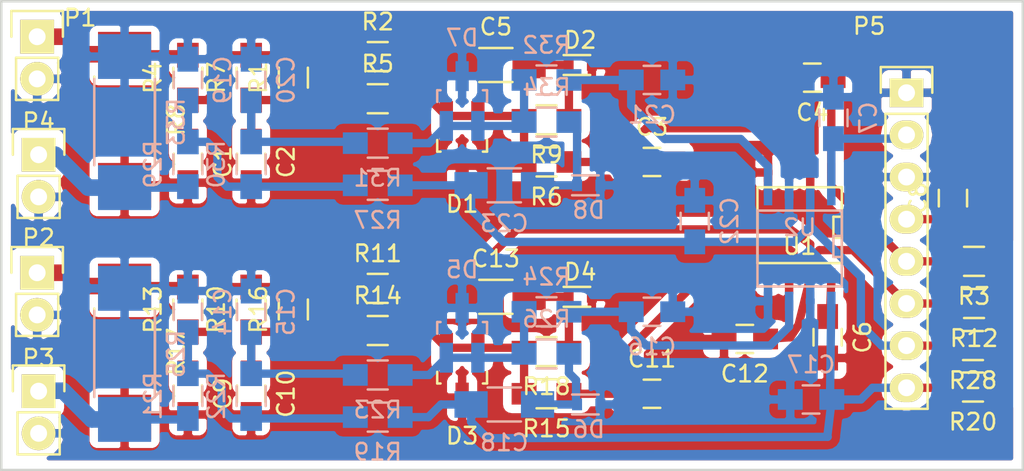
<source format=kicad_pcb>
(kicad_pcb (version 4) (host pcbnew 4.0.7)
  (layers (0 F.Cu signal) (31 B.Cu signal) (34 B.Paste user) (35 F.Paste user) (36 B.SilkS user) (37 F.SilkS user) (38 B.Mask user) (39 F.Mask user) (44 Edge.Cuts user))
  (net 0 "")
  (net 1 "Net-(C1-Pad1)")
  (net 2 GND)
  (net 3 "Net-(C2-Pad1)")
  (net 4 "Net-(C3-Pad1)")
  (net 5 /TDC)
  (net 6 "Net-(C5-Pad2)")
  (net 7 +12V)
  (net 8 +5V)
  (net 9 "Net-(C9-Pad1)")
  (net 10 "Net-(C10-Pad1)")
  (net 11 "Net-(C11-Pad1)")
  (net 12 /CYP)
  (net 13 "Net-(C13-Pad2)")
  (net 14 "Net-(C14-Pad1)")
  (net 15 "Net-(C15-Pad1)")
  (net 16 "Net-(C16-Pad1)")
  (net 17 /CKP)
  (net 18 "Net-(C18-Pad2)")
  (net 19 "Net-(C19-Pad1)")
  (net 20 "Net-(C20-Pad1)")
  (net 21 "Net-(C21-Pad1)")
  (net 22 /CKF)
  (net 23 "Net-(C23-Pad2)")
  (net 24 "Net-(D1-Pad1)")
  (net 25 "Net-(D3-Pad1)")
  (net 26 "Net-(D5-Pad1)")
  (net 27 "Net-(D7-Pad1)")
  (net 28 /VR_TDC+)
  (net 29 /VR_CYP+)
  (net 30 /VR_CKP+)
  (net 31 /VR_CKF+)
  (module Capacitors_SMD:C_0805_HandSoldering (layer B.Cu) (at 74.097 29.529 90)
    (fp_text reference C7 (at 0 2.1 90) (layer B.SilkS) (effects (justify mirror)))
    (fp_text value 10nF)
    (pad 1 smd rect (at -1.25 0 90) (size 1.5 1.25) (layers B.Cu B.Paste B.Mask) (net 7 +12V))
    (pad 2 smd rect (at 1.25 0 90) (size 1.5 1.25) (layers B.Cu B.Paste B.Mask) (net 2 GND))
  )
  (module Capacitors_SMD:C_0805_HandSoldering (layer B.Cu) (at 65.75 35.75 90)
    (fp_text reference C22 (at 0 2.1 90) (layer B.SilkS) (effects (justify mirror)))
    (fp_text value 1nF)
    (pad 1 smd rect (at -1.25 0 90) (size 1.5 1.25) (layers B.Cu B.Paste B.Mask) (net 22 /CKF))
    (pad 2 smd rect (at 1.25 0 90) (size 1.5 1.25) (layers B.Cu B.Paste B.Mask) (net 2 GND))
  )
  (module Capacitors_SMD:C_0805_HandSoldering (layer B.Cu) (at 72.75 46.5 180)
    (fp_text reference C17 (at 0 2.1 180) (layer B.SilkS) (effects (justify mirror)))
    (fp_text value 1nF)
    (pad 1 smd rect (at -1.25 0 180) (size 1.5 1.25) (layers B.Cu B.Paste B.Mask) (net 17 /CKP))
    (pad 2 smd rect (at 1.25 0 180) (size 1.5 1.25) (layers B.Cu B.Paste B.Mask) (net 2 GND))
  )
  (module Pin_Headers:Pin_Header_Straight_1x08 (layer F.Cu) (at 78.499 28.015)
    (fp_text reference P5 (at -2.249 -4.015) (layer F.SilkS))
    (fp_text value IO)
    (pad 1 thru_hole rect (at 0 0) (size 2.032 1.7272) (drill 1.016) (layers *.Cu *.Mask F.SilkS) (net 2 GND))
    (pad 2 thru_hole oval (at 0 2.54) (size 2.032 1.7272) (drill 1.016) (layers *.Cu *.Mask F.SilkS) (net 7 +12V))
    (pad 3 thru_hole oval (at 0 5.08) (size 2.032 1.7272) (drill 1.016) (layers *.Cu *.Mask F.SilkS) (net 2 GND))
    (pad 4 thru_hole oval (at 0 7.62) (size 2.032 1.7272) (drill 1.016) (layers *.Cu *.Mask F.SilkS) (net 8 +5V))
    (pad 5 thru_hole oval (at 0 10.16) (size 2.032 1.7272) (drill 1.016) (layers *.Cu *.Mask F.SilkS) (net 5 /TDC))
    (pad 6 thru_hole oval (at 0 12.7) (size 2.032 1.7272) (drill 1.016) (layers *.Cu *.Mask F.SilkS) (net 12 /CYP))
    (pad 7 thru_hole oval (at 0 15.24) (size 2.032 1.7272) (drill 1.016) (layers *.Cu *.Mask F.SilkS) (net 22 /CKF))
    (pad 8 thru_hole oval (at 0 17.78) (size 2.032 1.7272) (drill 1.016) (layers *.Cu *.Mask F.SilkS) (net 17 /CKP))
  )
  (module Capacitors_SMD:C_0805_HandSoldering (layer F.Cu) (at 35.235 32.185 270)
    (fp_text reference C1 (at 0 -2.1 270) (layer F.SilkS))
    (fp_text value 10nF)
    (pad 1 smd rect (at -1.25 0 270) (size 1.5 1.25) (layers F.Cu F.Paste F.Mask) (net 1 "Net-(C1-Pad1)"))
    (pad 2 smd rect (at 1.25 0 270) (size 1.5 1.25) (layers F.Cu F.Paste F.Mask) (net 2 GND))
  )
  (module Capacitors_SMD:C_0805_HandSoldering (layer F.Cu) (at 39.045 32.185 270)
    (fp_text reference C2 (at 0 -2.1 270) (layer F.SilkS))
    (fp_text value 4.7nF)
    (pad 1 smd rect (at -1.25 0 270) (size 1.5 1.25) (layers F.Cu F.Paste F.Mask) (net 3 "Net-(C2-Pad1)"))
    (pad 2 smd rect (at 1.25 0 270) (size 1.5 1.25) (layers F.Cu F.Paste F.Mask) (net 2 GND))
  )
  (module Capacitors_SMD:C_0805_HandSoldering (layer F.Cu) (at 63.175 32.185)
    (fp_text reference C3 (at 0 -2.1) (layer F.SilkS))
    (fp_text value 470pF)
    (pad 1 smd rect (at -1.25 0) (size 1.5 1.25) (layers F.Cu F.Paste F.Mask) (net 4 "Net-(C3-Pad1)"))
    (pad 2 smd rect (at 1.25 0) (size 1.5 1.25) (layers F.Cu F.Paste F.Mask) (net 2 GND))
  )
  (module Capacitors_SMD:C_0805_HandSoldering (layer F.Cu) (at 72.827 27.105 180)
    (fp_text reference C4 (at 0 -2.1 180) (layer F.SilkS))
    (fp_text value 1nF)
    (pad 1 smd rect (at -1.25 0 180) (size 1.5 1.25) (layers F.Cu F.Paste F.Mask) (net 5 /TDC))
    (pad 2 smd rect (at 1.25 0 180) (size 1.5 1.25) (layers F.Cu F.Paste F.Mask) (net 2 GND))
  )
  (module Capacitors_SMD:C_1206_HandSoldering (layer F.Cu) (at 53.777 26.343)
    (fp_text reference C5 (at 0 -2.3) (layer F.SilkS))
    (fp_text value 100nF)
    (pad 1 smd rect (at -2 0) (size 2 1.6) (layers F.Cu F.Paste F.Mask) (net 5 /TDC))
    (pad 2 smd rect (at 2 0) (size 2 1.6) (layers F.Cu F.Paste F.Mask) (net 6 "Net-(C5-Pad2)"))
  )
  (module Capacitors_SMD:C_0805_HandSoldering (layer F.Cu) (at 73.75 42.75 270)
    (fp_text reference C6 (at 0 -2.1 270) (layer F.SilkS))
    (fp_text value 10nF)
    (pad 1 smd rect (at -1.25 0 270) (size 1.5 1.25) (layers F.Cu F.Paste F.Mask) (net 7 +12V))
    (pad 2 smd rect (at 1.25 0 270) (size 1.5 1.25) (layers F.Cu F.Paste F.Mask) (net 2 GND))
  )
  (module Capacitors_SMD:C_0805_HandSoldering (layer F.Cu) (at 81.293 34.365 90)
    (fp_text reference C8 (at 0 -2.1 90) (layer F.SilkS))
    (fp_text value 10nF)
    (pad 1 smd rect (at -1.25 0 90) (size 1.5 1.25) (layers F.Cu F.Paste F.Mask) (net 8 +5V))
    (pad 2 smd rect (at 1.25 0 90) (size 1.5 1.25) (layers F.Cu F.Paste F.Mask) (net 2 GND))
  )
  (module Capacitors_SMD:C_0805_HandSoldering (layer F.Cu) (at 35.235 46.155 270)
    (fp_text reference C9 (at 0 -2.1 270) (layer F.SilkS))
    (fp_text value 10nF)
    (pad 1 smd rect (at -1.25 0 270) (size 1.5 1.25) (layers F.Cu F.Paste F.Mask) (net 9 "Net-(C9-Pad1)"))
    (pad 2 smd rect (at 1.25 0 270) (size 1.5 1.25) (layers F.Cu F.Paste F.Mask) (net 2 GND))
  )
  (module Capacitors_SMD:C_0805_HandSoldering (layer F.Cu) (at 39.045 46.155 270)
    (fp_text reference C10 (at 0 -2.1 270) (layer F.SilkS))
    (fp_text value 2.2nF)
    (pad 1 smd rect (at -1.25 0 270) (size 1.5 1.25) (layers F.Cu F.Paste F.Mask) (net 10 "Net-(C10-Pad1)"))
    (pad 2 smd rect (at 1.25 0 270) (size 1.5 1.25) (layers F.Cu F.Paste F.Mask) (net 2 GND))
  )
  (module Capacitors_SMD:C_0805_HandSoldering (layer F.Cu) (at 63.175 46.155)
    (fp_text reference C11 (at 0 -2.1) (layer F.SilkS))
    (fp_text value 470pF)
    (pad 1 smd rect (at -1.25 0) (size 1.5 1.25) (layers F.Cu F.Paste F.Mask) (net 11 "Net-(C11-Pad1)"))
    (pad 2 smd rect (at 1.25 0) (size 1.5 1.25) (layers F.Cu F.Paste F.Mask) (net 2 GND))
  )
  (module Capacitors_SMD:C_0805_HandSoldering (layer F.Cu) (at 68.763 42.853 180)
    (fp_text reference C12 (at 0 -2.1 180) (layer F.SilkS))
    (fp_text value 1nF)
    (pad 1 smd rect (at -1.25 0 180) (size 1.5 1.25) (layers F.Cu F.Paste F.Mask) (net 12 /CYP))
    (pad 2 smd rect (at 1.25 0 180) (size 1.5 1.25) (layers F.Cu F.Paste F.Mask) (net 2 GND))
  )
  (module Capacitors_SMD:C_1206_HandSoldering (layer F.Cu) (at 53.777 40.313)
    (fp_text reference C13 (at 0 -2.3) (layer F.SilkS))
    (fp_text value 33nF)
    (pad 1 smd rect (at -2 0) (size 2 1.6) (layers F.Cu F.Paste F.Mask) (net 12 /CYP))
    (pad 2 smd rect (at 2 0) (size 2 1.6) (layers F.Cu F.Paste F.Mask) (net 13 "Net-(C13-Pad2)"))
  )
  (module Capacitors_SMD:C_0805_HandSoldering (layer B.Cu) (at 35.235 41.213 90)
    (fp_text reference C14 (at 0 2.1 90) (layer B.SilkS) (effects (justify mirror)))
    (fp_text value 15nF)
    (pad 1 smd rect (at -1.25 0 90) (size 1.5 1.25) (layers B.Cu B.Paste B.Mask) (net 14 "Net-(C14-Pad1)"))
    (pad 2 smd rect (at 1.25 0 90) (size 1.5 1.25) (layers B.Cu B.Paste B.Mask) (net 2 GND))
  )
  (module Capacitors_SMD:C_0805_HandSoldering (layer B.Cu) (at 39.045 41.213 90)
    (fp_text reference C15 (at 0 2.1 90) (layer B.SilkS) (effects (justify mirror)))
    (fp_text value 4.7nF)
    (pad 1 smd rect (at -1.25 0 90) (size 1.5 1.25) (layers B.Cu B.Paste B.Mask) (net 15 "Net-(C15-Pad1)"))
    (pad 2 smd rect (at 1.25 0 90) (size 1.5 1.25) (layers B.Cu B.Paste B.Mask) (net 2 GND))
  )
  (module Capacitors_SMD:C_0805_HandSoldering (layer B.Cu) (at 63.175 41.213)
    (fp_text reference C16 (at 0 2.1) (layer B.SilkS) (effects (justify mirror)))
    (fp_text value 470pF)
    (pad 1 smd rect (at -1.25 0) (size 1.5 1.25) (layers B.Cu B.Paste B.Mask) (net 16 "Net-(C16-Pad1)"))
    (pad 2 smd rect (at 1.25 0) (size 1.5 1.25) (layers B.Cu B.Paste B.Mask) (net 2 GND))
  )
  (module Capacitors_SMD:C_1206_HandSoldering (layer B.Cu) (at 54.285 46.801)
    (fp_text reference C18 (at 0 2.3) (layer B.SilkS) (effects (justify mirror)))
    (fp_text value 22nF)
    (pad 1 smd rect (at -2 0) (size 2 1.6) (layers B.Cu B.Paste B.Mask) (net 17 /CKP))
    (pad 2 smd rect (at 2 0) (size 2 1.6) (layers B.Cu B.Paste B.Mask) (net 18 "Net-(C18-Pad2)"))
  )
  (module Capacitors_SMD:C_0805_HandSoldering (layer B.Cu) (at 35.235 27.243 90)
    (fp_text reference C19 (at 0 2.1 90) (layer B.SilkS) (effects (justify mirror)))
    (fp_text value 15nF)
    (pad 1 smd rect (at -1.25 0 90) (size 1.5 1.25) (layers B.Cu B.Paste B.Mask) (net 19 "Net-(C19-Pad1)"))
    (pad 2 smd rect (at 1.25 0 90) (size 1.5 1.25) (layers B.Cu B.Paste B.Mask) (net 2 GND))
  )
  (module Capacitors_SMD:C_0805_HandSoldering (layer B.Cu) (at 39.045 27.243 90)
    (fp_text reference C20 (at 0 2.1 90) (layer B.SilkS) (effects (justify mirror)))
    (fp_text value 4.7nF)
    (pad 1 smd rect (at -1.25 0 90) (size 1.5 1.25) (layers B.Cu B.Paste B.Mask) (net 20 "Net-(C20-Pad1)"))
    (pad 2 smd rect (at 1.25 0 90) (size 1.5 1.25) (layers B.Cu B.Paste B.Mask) (net 2 GND))
  )
  (module Capacitors_SMD:C_0805_HandSoldering (layer B.Cu) (at 63.175 27.243)
    (fp_text reference C21 (at 0 2.1) (layer B.SilkS) (effects (justify mirror)))
    (fp_text value 470pF)
    (pad 1 smd rect (at -1.25 0) (size 1.5 1.25) (layers B.Cu B.Paste B.Mask) (net 21 "Net-(C21-Pad1)"))
    (pad 2 smd rect (at 1.25 0) (size 1.5 1.25) (layers B.Cu B.Paste B.Mask) (net 2 GND))
  )
  (module Capacitors_SMD:C_1206_HandSoldering (layer B.Cu) (at 54.285 33.593)
    (fp_text reference C23 (at 0 2.3) (layer B.SilkS) (effects (justify mirror)))
    (fp_text value 22nF)
    (pad 1 smd rect (at -2 0) (size 2 1.6) (layers B.Cu B.Paste B.Mask) (net 22 /CKF))
    (pad 2 smd rect (at 2 0) (size 2 1.6) (layers B.Cu B.Paste B.Mask) (net 23 "Net-(C23-Pad2)"))
  )
  (module TO_SOT_Packages_SMD:SOT-23_Handsoldering (layer F.Cu) (at 51.745 30.915 180)
    (fp_text reference D1 (at 0 -3.81 180) (layer F.SilkS))
    (fp_text value BAV99)
    (pad 1 smd rect (at -0.95 1.50114 180) (size 0.8001 1.80086) (layers F.Cu F.Paste F.Mask) (net 24 "Net-(D1-Pad1)"))
    (pad 2 smd rect (at 0.95 1.50114 180) (size 0.8001 1.80086) (layers F.Cu F.Paste F.Mask) (net 24 "Net-(D1-Pad1)"))
    (pad 3 smd rect (at 0 -1.50114 180) (size 0.8001 1.80086) (layers F.Cu F.Paste F.Mask) (net 2 GND))
  )
  (module Diodes_SMD:SOD-523 (layer F.Cu) (at 58.857 26.343)
    (fp_text reference D2 (at 0 -1.5) (layer F.SilkS))
    (fp_text value D_Small)
    (pad 2 smd rect (at 0.7 0 180) (size 0.6 0.7) (layers F.Cu F.Paste F.Mask) (net 2 GND))
    (pad 1 smd rect (at -0.7 0 180) (size 0.6 0.7) (layers F.Cu F.Paste F.Mask) (net 6 "Net-(C5-Pad2)"))
  )
  (module TO_SOT_Packages_SMD:SOT-23_Handsoldering (layer F.Cu) (at 51.745 44.885 180)
    (fp_text reference D3 (at 0 -3.81 180) (layer F.SilkS))
    (fp_text value BAV99)
    (pad 1 smd rect (at -0.95 1.50114 180) (size 0.8001 1.80086) (layers F.Cu F.Paste F.Mask) (net 25 "Net-(D3-Pad1)"))
    (pad 2 smd rect (at 0.95 1.50114 180) (size 0.8001 1.80086) (layers F.Cu F.Paste F.Mask) (net 25 "Net-(D3-Pad1)"))
    (pad 3 smd rect (at 0 -1.50114 180) (size 0.8001 1.80086) (layers F.Cu F.Paste F.Mask) (net 2 GND))
  )
  (module Diodes_SMD:SOD-523 (layer F.Cu) (at 58.857 40.313)
    (fp_text reference D4 (at 0 -1.5) (layer F.SilkS))
    (fp_text value D_Small)
    (pad 2 smd rect (at 0.7 0 180) (size 0.6 0.7) (layers F.Cu F.Paste F.Mask) (net 2 GND))
    (pad 1 smd rect (at -0.7 0 180) (size 0.6 0.7) (layers F.Cu F.Paste F.Mask) (net 13 "Net-(C13-Pad2)"))
  )
  (module TO_SOT_Packages_SMD:SOT-23_Handsoldering (layer B.Cu) (at 51.745 42.483 180)
    (fp_text reference D5 (at 0 3.81 180) (layer B.SilkS) (effects (justify mirror)))
    (fp_text value BAV99)
    (pad 1 smd rect (at -0.95 -1.50114 180) (size 0.8001 1.80086) (layers B.Cu B.Paste B.Mask) (net 26 "Net-(D5-Pad1)"))
    (pad 2 smd rect (at 0.95 -1.50114 180) (size 0.8001 1.80086) (layers B.Cu B.Paste B.Mask) (net 26 "Net-(D5-Pad1)"))
    (pad 3 smd rect (at 0 1.50114 180) (size 0.8001 1.80086) (layers B.Cu B.Paste B.Mask) (net 2 GND))
  )
  (module Diodes_SMD:SOD-523 (layer B.Cu) (at 59.365 46.801)
    (fp_text reference D6 (at 0 1.5) (layer B.SilkS) (effects (justify mirror)))
    (fp_text value D_Small)
    (pad 2 smd rect (at 0.7 0 180) (size 0.6 0.7) (layers B.Cu B.Paste B.Mask) (net 2 GND))
    (pad 1 smd rect (at -0.7 0 180) (size 0.6 0.7) (layers B.Cu B.Paste B.Mask) (net 18 "Net-(C18-Pad2)"))
  )
  (module TO_SOT_Packages_SMD:SOT-23_Handsoldering (layer B.Cu) (at 51.745 28.513 180)
    (fp_text reference D7 (at 0 3.81 180) (layer B.SilkS) (effects (justify mirror)))
    (fp_text value BAV99)
    (pad 1 smd rect (at -0.95 -1.50114 180) (size 0.8001 1.80086) (layers B.Cu B.Paste B.Mask) (net 27 "Net-(D7-Pad1)"))
    (pad 2 smd rect (at 0.95 -1.50114 180) (size 0.8001 1.80086) (layers B.Cu B.Paste B.Mask) (net 27 "Net-(D7-Pad1)"))
    (pad 3 smd rect (at 0 1.50114 180) (size 0.8001 1.80086) (layers B.Cu B.Paste B.Mask) (net 2 GND))
  )
  (module Diodes_SMD:SOD-523 (layer B.Cu) (at 59.365 33.593)
    (fp_text reference D8 (at 0 1.5) (layer B.SilkS) (effects (justify mirror)))
    (fp_text value D_Small)
    (pad 2 smd rect (at 0.7 0 180) (size 0.6 0.7) (layers B.Cu B.Paste B.Mask) (net 2 GND))
    (pad 1 smd rect (at -0.7 0 180) (size 0.6 0.7) (layers B.Cu B.Paste B.Mask) (net 23 "Net-(C23-Pad2)"))
  )
  (module Pin_Headers:Pin_Header_Straight_1x02 (layer F.Cu) (at 26.162 24.638)
    (fp_text reference P1 (at 2.588 -1.138) (layer F.SilkS))
    (fp_text value TDC)
    (pad 1 thru_hole rect (at 0 0) (size 2.032 2.032) (drill 1.016) (layers *.Cu *.Mask F.SilkS) (net 28 /VR_TDC+))
    (pad 2 thru_hole oval (at 0 2.54) (size 2.032 2.032) (drill 1.016) (layers *.Cu *.Mask F.SilkS) (net 2 GND))
  )
  (module Pin_Headers:Pin_Header_Straight_1x02 (layer F.Cu) (at 26.162 38.862)
    (fp_text reference P2 (at 0.088 -2.112) (layer F.SilkS))
    (fp_text value CYP)
    (pad 1 thru_hole rect (at 0 0) (size 2.032 2.032) (drill 1.016) (layers *.Cu *.Mask F.SilkS) (net 29 /VR_CYP+))
    (pad 2 thru_hole oval (at 0 2.54) (size 2.032 2.032) (drill 1.016) (layers *.Cu *.Mask F.SilkS) (net 2 GND))
  )
  (module Pin_Headers:Pin_Header_Straight_1x02 (layer F.Cu) (at 26.25 46)
    (fp_text reference P3 (at 0 -2) (layer F.SilkS))
    (fp_text value CKP)
    (pad 1 thru_hole rect (at 0 0) (size 2.032 2.032) (drill 1.016) (layers *.Cu *.Mask F.SilkS) (net 30 /VR_CKP+))
    (pad 2 thru_hole oval (at 0 2.54) (size 2.032 2.032) (drill 1.016) (layers *.Cu *.Mask F.SilkS) (net 2 GND))
  )
  (module Pin_Headers:Pin_Header_Straight_1x02 (layer F.Cu) (at 26.25 31.75)
    (fp_text reference P4 (at 0 -2) (layer F.SilkS))
    (fp_text value CKF)
    (pad 1 thru_hole rect (at 0 0) (size 2.032 2.032) (drill 1.016) (layers *.Cu *.Mask F.SilkS) (net 31 /VR_CKF+))
    (pad 2 thru_hole oval (at 0 2.54) (size 2.032 2.032) (drill 1.016) (layers *.Cu *.Mask F.SilkS) (net 2 GND))
  )
  (module Resistors_SMD:R_0805_HandSoldering (layer F.Cu) (at 41.585 27.105 90)
    (fp_text reference R1 (at 0 -2.1 90) (layer F.SilkS))
    (fp_text value 10K)
    (pad 1 smd rect (at -1.35 0 90) (size 1.5 1.3) (layers F.Cu F.Paste F.Mask) (net 3 "Net-(C2-Pad1)"))
    (pad 2 smd rect (at 1.35 0 90) (size 1.5 1.3) (layers F.Cu F.Paste F.Mask) (net 1 "Net-(C1-Pad1)"))
  )
  (module Resistors_SMD:R_0805_HandSoldering (layer F.Cu) (at 46.665 25.835)
    (fp_text reference R2 (at 0 -2.1) (layer F.SilkS))
    (fp_text value 47K)
    (pad 1 smd rect (at -1.35 0) (size 1.5 1.3) (layers F.Cu F.Paste F.Mask) (net 1 "Net-(C1-Pad1)"))
    (pad 2 smd rect (at 1.35 0) (size 1.5 1.3) (layers F.Cu F.Paste F.Mask) (net 5 /TDC))
  )
  (module Resistors_SMD:R_0805_HandSoldering (layer F.Cu) (at 82.563 38.175 180)
    (fp_text reference R3 (at 0 -2.1 180) (layer F.SilkS))
    (fp_text value 1K)
    (pad 1 smd rect (at -1.35 0 180) (size 1.5 1.3) (layers F.Cu F.Paste F.Mask) (net 8 +5V))
    (pad 2 smd rect (at 1.35 0 180) (size 1.5 1.3) (layers F.Cu F.Paste F.Mask) (net 5 /TDC))
  )
  (module Resistors_SMD:R_0805_HandSoldering (layer F.Cu) (at 35.235 27.105 90)
    (fp_text reference R4 (at 0 -2.1 90) (layer F.SilkS))
    (fp_text value 2.4K)
    (pad 1 smd rect (at -1.35 0 90) (size 1.5 1.3) (layers F.Cu F.Paste F.Mask) (net 1 "Net-(C1-Pad1)"))
    (pad 2 smd rect (at 1.35 0 90) (size 1.5 1.3) (layers F.Cu F.Paste F.Mask) (net 28 /VR_TDC+))
  )
  (module Resistors_SMD:R_0805_HandSoldering (layer F.Cu) (at 46.665 28.375)
    (fp_text reference R5 (at 0 -2.1) (layer F.SilkS))
    (fp_text value 120K)
    (pad 1 smd rect (at -1.35 0) (size 1.5 1.3) (layers F.Cu F.Paste F.Mask) (net 3 "Net-(C2-Pad1)"))
    (pad 2 smd rect (at 1.35 0) (size 1.5 1.3) (layers F.Cu F.Paste F.Mask) (net 24 "Net-(D1-Pad1)"))
  )
  (module Resistors_SMD:R_0805_HandSoldering (layer F.Cu) (at 56.825 32.185 180)
    (fp_text reference R6 (at 0 -2.1 180) (layer F.SilkS))
    (fp_text value 220)
    (pad 1 smd rect (at -1.35 0 180) (size 1.5 1.3) (layers F.Cu F.Paste F.Mask) (net 4 "Net-(C3-Pad1)"))
    (pad 2 smd rect (at 1.35 0 180) (size 1.5 1.3) (layers F.Cu F.Paste F.Mask) (net 24 "Net-(D1-Pad1)"))
  )
  (module Resistors_SMD:R_0805_HandSoldering (layer F.Cu) (at 39.045 27.105 90)
    (fp_text reference R7 (at 0 -2.1 90) (layer F.SilkS))
    (fp_text value 10K)
    (pad 1 smd rect (at -1.35 0 90) (size 1.5 1.3) (layers F.Cu F.Paste F.Mask) (net 3 "Net-(C2-Pad1)"))
    (pad 2 smd rect (at 1.35 0 90) (size 1.5 1.3) (layers F.Cu F.Paste F.Mask) (net 1 "Net-(C1-Pad1)"))
  )
  (module Resistors_SMD:R_2512_HandSoldering (layer F.Cu) (at 31.425 29.645 270)
    (fp_text reference R8 (at 0 -3.1 270) (layer F.SilkS))
    (fp_text value 10K)
    (pad 1 smd rect (at -3.95 0 270) (size 2.7 3.2) (layers F.Cu F.Paste F.Mask) (net 28 /VR_TDC+))
    (pad 2 smd rect (at 3.95 0 270) (size 2.7 3.2) (layers F.Cu F.Paste F.Mask) (net 2 GND))
  )
  (module Resistors_SMD:R_0805_HandSoldering (layer F.Cu) (at 56.825 29.645 180)
    (fp_text reference R9 (at 0 -2.1 180) (layer F.SilkS))
    (fp_text value 470K)
    (pad 1 smd rect (at -1.35 0 180) (size 1.5 1.3) (layers F.Cu F.Paste F.Mask) (net 6 "Net-(C5-Pad2)"))
    (pad 2 smd rect (at 1.35 0 180) (size 1.5 1.3) (layers F.Cu F.Paste F.Mask) (net 24 "Net-(D1-Pad1)"))
  )
  (module Resistors_SMD:R_0805_HandSoldering (layer F.Cu) (at 39.045 41.075 90)
    (fp_text reference R10 (at 0 -2.1 90) (layer F.SilkS))
    (fp_text value 10K)
    (pad 1 smd rect (at -1.35 0 90) (size 1.5 1.3) (layers F.Cu F.Paste F.Mask) (net 10 "Net-(C10-Pad1)"))
    (pad 2 smd rect (at 1.35 0 90) (size 1.5 1.3) (layers F.Cu F.Paste F.Mask) (net 9 "Net-(C9-Pad1)"))
  )
  (module Resistors_SMD:R_0805_HandSoldering (layer F.Cu) (at 46.665 39.805)
    (fp_text reference R11 (at 0 -2.1) (layer F.SilkS))
    (fp_text value 91K)
    (pad 1 smd rect (at -1.35 0) (size 1.5 1.3) (layers F.Cu F.Paste F.Mask) (net 9 "Net-(C9-Pad1)"))
    (pad 2 smd rect (at 1.35 0) (size 1.5 1.3) (layers F.Cu F.Paste F.Mask) (net 12 /CYP))
  )
  (module Resistors_SMD:R_0805_HandSoldering (layer F.Cu) (at 82.563 40.715 180)
    (fp_text reference R12 (at 0 -2.1 180) (layer F.SilkS))
    (fp_text value 1K)
    (pad 1 smd rect (at -1.35 0 180) (size 1.5 1.3) (layers F.Cu F.Paste F.Mask) (net 8 +5V))
    (pad 2 smd rect (at 1.35 0 180) (size 1.5 1.3) (layers F.Cu F.Paste F.Mask) (net 12 /CYP))
  )
  (module Resistors_SMD:R_0805_HandSoldering (layer F.Cu) (at 35.235 41.075 90)
    (fp_text reference R13 (at 0 -2.1 90) (layer F.SilkS))
    (fp_text value 2K)
    (pad 1 smd rect (at -1.35 0 90) (size 1.5 1.3) (layers F.Cu F.Paste F.Mask) (net 9 "Net-(C9-Pad1)"))
    (pad 2 smd rect (at 1.35 0 90) (size 1.5 1.3) (layers F.Cu F.Paste F.Mask) (net 29 /VR_CYP+))
  )
  (module Resistors_SMD:R_0805_HandSoldering (layer F.Cu) (at 46.665 42.345)
    (fp_text reference R14 (at 0 -2.1) (layer F.SilkS))
    (fp_text value 470K)
    (pad 1 smd rect (at -1.35 0) (size 1.5 1.3) (layers F.Cu F.Paste F.Mask) (net 10 "Net-(C10-Pad1)"))
    (pad 2 smd rect (at 1.35 0) (size 1.5 1.3) (layers F.Cu F.Paste F.Mask) (net 25 "Net-(D3-Pad1)"))
  )
  (module Resistors_SMD:R_0805_HandSoldering (layer F.Cu) (at 56.825 46.155 180)
    (fp_text reference R15 (at 0 -2.1 180) (layer F.SilkS))
    (fp_text value 220)
    (pad 1 smd rect (at -1.35 0 180) (size 1.5 1.3) (layers F.Cu F.Paste F.Mask) (net 11 "Net-(C11-Pad1)"))
    (pad 2 smd rect (at 1.35 0 180) (size 1.5 1.3) (layers F.Cu F.Paste F.Mask) (net 25 "Net-(D3-Pad1)"))
  )
  (module Resistors_SMD:R_0805_HandSoldering (layer F.Cu) (at 41.585 41.075 90)
    (fp_text reference R16 (at 0 -2.1 90) (layer F.SilkS))
    (fp_text value DNP)
    (pad 1 smd rect (at -1.35 0 90) (size 1.5 1.3) (layers F.Cu F.Paste F.Mask) (net 10 "Net-(C10-Pad1)"))
    (pad 2 smd rect (at 1.35 0 90) (size 1.5 1.3) (layers F.Cu F.Paste F.Mask) (net 9 "Net-(C9-Pad1)"))
  )
  (module Resistors_SMD:R_2512_HandSoldering (layer F.Cu) (at 31.425 43.615 270)
    (fp_text reference R17 (at 0 -3.1 270) (layer F.SilkS))
    (fp_text value 10K)
    (pad 1 smd rect (at -3.95 0 270) (size 2.7 3.2) (layers F.Cu F.Paste F.Mask) (net 29 /VR_CYP+))
    (pad 2 smd rect (at 3.95 0 270) (size 2.7 3.2) (layers F.Cu F.Paste F.Mask) (net 2 GND))
  )
  (module Resistors_SMD:R_0805_HandSoldering (layer F.Cu) (at 56.825 43.615 180)
    (fp_text reference R18 (at 0 -2.1 180) (layer F.SilkS))
    (fp_text value 56K)
    (pad 1 smd rect (at -1.35 0 180) (size 1.5 1.3) (layers F.Cu F.Paste F.Mask) (net 13 "Net-(C13-Pad2)"))
    (pad 2 smd rect (at 1.35 0 180) (size 1.5 1.3) (layers F.Cu F.Paste F.Mask) (net 25 "Net-(D3-Pad1)"))
  )
  (module Resistors_SMD:R_0805_HandSoldering (layer B.Cu) (at 46.665 47.563)
    (fp_text reference R19 (at 0 2.1) (layer B.SilkS) (effects (justify mirror)))
    (fp_text value 100K)
    (pad 1 smd rect (at -1.35 0) (size 1.5 1.3) (layers B.Cu B.Paste B.Mask) (net 14 "Net-(C14-Pad1)"))
    (pad 2 smd rect (at 1.35 0) (size 1.5 1.3) (layers B.Cu B.Paste B.Mask) (net 17 /CKP))
  )
  (module Resistors_SMD:R_0805_HandSoldering (layer F.Cu) (at 82.5 45.75 180)
    (fp_text reference R20 (at 0 -2.1 180) (layer F.SilkS))
    (fp_text value 1K)
    (pad 1 smd rect (at -1.35 0 180) (size 1.5 1.3) (layers F.Cu F.Paste F.Mask) (net 8 +5V))
    (pad 2 smd rect (at 1.35 0 180) (size 1.5 1.3) (layers F.Cu F.Paste F.Mask) (net 17 /CKP))
  )
  (module Resistors_SMD:R_0805_HandSoldering (layer B.Cu) (at 35.235 46.293 270)
    (fp_text reference R21 (at 0 2.1 270) (layer B.SilkS) (effects (justify mirror)))
    (fp_text value 5.6K)
    (pad 1 smd rect (at -1.35 0 270) (size 1.5 1.3) (layers B.Cu B.Paste B.Mask) (net 14 "Net-(C14-Pad1)"))
    (pad 2 smd rect (at 1.35 0 270) (size 1.5 1.3) (layers B.Cu B.Paste B.Mask) (net 30 /VR_CKP+))
  )
  (module Resistors_SMD:R_0805_HandSoldering (layer B.Cu) (at 39.045 46.293 270)
    (fp_text reference R22 (at 0 2.1 270) (layer B.SilkS) (effects (justify mirror)))
    (fp_text value 10K)
    (pad 1 smd rect (at -1.35 0 270) (size 1.5 1.3) (layers B.Cu B.Paste B.Mask) (net 15 "Net-(C15-Pad1)"))
    (pad 2 smd rect (at 1.35 0 270) (size 1.5 1.3) (layers B.Cu B.Paste B.Mask) (net 14 "Net-(C14-Pad1)"))
  )
  (module Resistors_SMD:R_0805_HandSoldering (layer B.Cu) (at 46.665 45.023)
    (fp_text reference R23 (at 0 2.1) (layer B.SilkS) (effects (justify mirror)))
    (fp_text value 100K)
    (pad 1 smd rect (at -1.35 0) (size 1.5 1.3) (layers B.Cu B.Paste B.Mask) (net 15 "Net-(C15-Pad1)"))
    (pad 2 smd rect (at 1.35 0) (size 1.5 1.3) (layers B.Cu B.Paste B.Mask) (net 26 "Net-(D5-Pad1)"))
  )
  (module Resistors_SMD:R_0805_HandSoldering (layer B.Cu) (at 56.825 41.213 180)
    (fp_text reference R24 (at 0 2.1 180) (layer B.SilkS) (effects (justify mirror)))
    (fp_text value 220)
    (pad 1 smd rect (at -1.35 0 180) (size 1.5 1.3) (layers B.Cu B.Paste B.Mask) (net 16 "Net-(C16-Pad1)"))
    (pad 2 smd rect (at 1.35 0 180) (size 1.5 1.3) (layers B.Cu B.Paste B.Mask) (net 26 "Net-(D5-Pad1)"))
  )
  (module Resistors_SMD:R_2512_HandSoldering (layer B.Cu) (at 31.425 43.753 90)
    (fp_text reference R25 (at 0 3.1 90) (layer B.SilkS) (effects (justify mirror)))
    (fp_text value 10K)
    (pad 1 smd rect (at -3.95 0 90) (size 2.7 3.2) (layers B.Cu B.Paste B.Mask) (net 30 /VR_CKP+))
    (pad 2 smd rect (at 3.95 0 90) (size 2.7 3.2) (layers B.Cu B.Paste B.Mask) (net 2 GND))
  )
  (module Resistors_SMD:R_0805_HandSoldering (layer B.Cu) (at 56.825 43.753 180)
    (fp_text reference R26 (at 0 2.1 180) (layer B.SilkS) (effects (justify mirror)))
    (fp_text value 160K)
    (pad 1 smd rect (at -1.35 0 180) (size 1.5 1.3) (layers B.Cu B.Paste B.Mask) (net 18 "Net-(C18-Pad2)"))
    (pad 2 smd rect (at 1.35 0 180) (size 1.5 1.3) (layers B.Cu B.Paste B.Mask) (net 26 "Net-(D5-Pad1)"))
  )
  (module Resistors_SMD:R_0805_HandSoldering (layer B.Cu) (at 46.665 33.593)
    (fp_text reference R27 (at 0 2.1) (layer B.SilkS) (effects (justify mirror)))
    (fp_text value 100K)
    (pad 1 smd rect (at -1.35 0) (size 1.5 1.3) (layers B.Cu B.Paste B.Mask) (net 19 "Net-(C19-Pad1)"))
    (pad 2 smd rect (at 1.35 0) (size 1.5 1.3) (layers B.Cu B.Paste B.Mask) (net 22 /CKF))
  )
  (module Resistors_SMD:R_0805_HandSoldering (layer F.Cu) (at 82.5 43.25 180)
    (fp_text reference R28 (at 0 -2.1 180) (layer F.SilkS))
    (fp_text value 1K)
    (pad 1 smd rect (at -1.35 0 180) (size 1.5 1.3) (layers F.Cu F.Paste F.Mask) (net 8 +5V))
    (pad 2 smd rect (at 1.35 0 180) (size 1.5 1.3) (layers F.Cu F.Paste F.Mask) (net 22 /CKF))
  )
  (module Resistors_SMD:R_0805_HandSoldering (layer B.Cu) (at 35.235 32.323 270)
    (fp_text reference R29 (at 0 2.1 270) (layer B.SilkS) (effects (justify mirror)))
    (fp_text value 5.6K)
    (pad 1 smd rect (at -1.35 0 270) (size 1.5 1.3) (layers B.Cu B.Paste B.Mask) (net 19 "Net-(C19-Pad1)"))
    (pad 2 smd rect (at 1.35 0 270) (size 1.5 1.3) (layers B.Cu B.Paste B.Mask) (net 31 /VR_CKF+))
  )
  (module Resistors_SMD:R_0805_HandSoldering (layer B.Cu) (at 39.045 32.323 270)
    (fp_text reference R30 (at 0 2.1 270) (layer B.SilkS) (effects (justify mirror)))
    (fp_text value 10K)
    (pad 1 smd rect (at -1.35 0 270) (size 1.5 1.3) (layers B.Cu B.Paste B.Mask) (net 20 "Net-(C20-Pad1)"))
    (pad 2 smd rect (at 1.35 0 270) (size 1.5 1.3) (layers B.Cu B.Paste B.Mask) (net 19 "Net-(C19-Pad1)"))
  )
  (module Resistors_SMD:R_0805_HandSoldering (layer B.Cu) (at 46.665 31.053)
    (fp_text reference R31 (at 0 2.1) (layer B.SilkS) (effects (justify mirror)))
    (fp_text value 100K)
    (pad 1 smd rect (at -1.35 0) (size 1.5 1.3) (layers B.Cu B.Paste B.Mask) (net 20 "Net-(C20-Pad1)"))
    (pad 2 smd rect (at 1.35 0) (size 1.5 1.3) (layers B.Cu B.Paste B.Mask) (net 27 "Net-(D7-Pad1)"))
  )
  (module Resistors_SMD:R_0805_HandSoldering (layer B.Cu) (at 56.825 27.243 180)
    (fp_text reference R32 (at 0 2.1 180) (layer B.SilkS) (effects (justify mirror)))
    (fp_text value 220)
    (pad 1 smd rect (at -1.35 0 180) (size 1.5 1.3) (layers B.Cu B.Paste B.Mask) (net 21 "Net-(C21-Pad1)"))
    (pad 2 smd rect (at 1.35 0 180) (size 1.5 1.3) (layers B.Cu B.Paste B.Mask) (net 27 "Net-(D7-Pad1)"))
  )
  (module Resistors_SMD:R_2512_HandSoldering (layer B.Cu) (at 31.425 29.783 90)
    (fp_text reference R33 (at 0 3.1 90) (layer B.SilkS) (effects (justify mirror)))
    (fp_text value 10K)
    (pad 1 smd rect (at -3.95 0 90) (size 2.7 3.2) (layers B.Cu B.Paste B.Mask) (net 31 /VR_CKF+))
    (pad 2 smd rect (at 3.95 0 90) (size 2.7 3.2) (layers B.Cu B.Paste B.Mask) (net 2 GND))
  )
  (module Resistors_SMD:R_0805_HandSoldering (layer B.Cu) (at 56.825 29.783 180)
    (fp_text reference R34 (at 0 2.1 180) (layer B.SilkS) (effects (justify mirror)))
    (fp_text value 160K)
    (pad 1 smd rect (at -1.35 0 180) (size 1.5 1.3) (layers B.Cu B.Paste B.Mask) (net 23 "Net-(C23-Pad2)"))
    (pad 2 smd rect (at 1.35 0 180) (size 1.5 1.3) (layers B.Cu B.Paste B.Mask) (net 27 "Net-(D7-Pad1)"))
  )
  (module SMD_Packages:SOIC-8-N (layer F.Cu) (at 72.065 35.995 180)
    (fp_text reference U1 (at 0 -1.27 180) (layer F.SilkS))
    (fp_text value LM393)
    (pad 8 smd rect (at -1.905 -3.175 180) (size 0.508 1.143) (layers F.Cu F.Paste F.Mask) (net 7 +12V))
    (pad 7 smd rect (at -0.635 -3.175 180) (size 0.508 1.143) (layers F.Cu F.Paste F.Mask) (net 12 /CYP))
    (pad 6 smd rect (at 0.635 -3.175 180) (size 0.508 1.143) (layers F.Cu F.Paste F.Mask) (net 2 GND))
    (pad 5 smd rect (at 1.905 -3.175 180) (size 0.508 1.143) (layers F.Cu F.Paste F.Mask) (net 11 "Net-(C11-Pad1)"))
    (pad 4 smd rect (at 1.905 3.175 180) (size 0.508 1.143) (layers F.Cu F.Paste F.Mask) (net 2 GND))
    (pad 3 smd rect (at 0.635 3.175 180) (size 0.508 1.143) (layers F.Cu F.Paste F.Mask) (net 4 "Net-(C3-Pad1)"))
    (pad 2 smd rect (at -0.635 3.175 180) (size 0.508 1.143) (layers F.Cu F.Paste F.Mask) (net 2 GND))
    (pad 1 smd rect (at -1.905 3.175 180) (size 0.508 1.143) (layers F.Cu F.Paste F.Mask) (net 5 /TDC))
  )
  (module SMD_Packages:SOIC-8-N (layer B.Cu) (at 72.065 37.403 180)
    (fp_text reference U2 (at 0 1.27 180) (layer B.SilkS) (effects (justify mirror)))
    (fp_text value LM393)
    (pad 8 smd rect (at -1.905 3.175 180) (size 0.508 1.143) (layers B.Cu B.Paste B.Mask) (net 7 +12V))
    (pad 7 smd rect (at -0.635 3.175 180) (size 0.508 1.143) (layers B.Cu B.Paste B.Mask) (net 22 /CKF))
    (pad 6 smd rect (at 0.635 3.175 180) (size 0.508 1.143) (layers B.Cu B.Paste B.Mask) (net 2 GND))
    (pad 5 smd rect (at 1.905 3.175 180) (size 0.508 1.143) (layers B.Cu B.Paste B.Mask) (net 21 "Net-(C21-Pad1)"))
    (pad 4 smd rect (at 1.905 -3.175 180) (size 0.508 1.143) (layers B.Cu B.Paste B.Mask) (net 2 GND))
    (pad 3 smd rect (at 0.635 -3.175 180) (size 0.508 1.143) (layers B.Cu B.Paste B.Mask) (net 16 "Net-(C16-Pad1)"))
    (pad 2 smd rect (at -0.635 -3.175 180) (size 0.508 1.143) (layers B.Cu B.Paste B.Mask) (net 2 GND))
    (pad 1 smd rect (at -1.905 -3.175 180) (size 0.508 1.143) (layers B.Cu B.Paste B.Mask) (net 17 /CKP))
  )
  (gr_line (start 24 50.75) (end 24 22.5) (angle 90) (layer Edge.Cuts) (width 0.15))
  (gr_line (start 85.5 50.75) (end 24 50.75) (angle 90) (layer Edge.Cuts) (width 0.15))
  (gr_line (start 85.5 22.5) (end 85.5 50.75) (angle 90) (layer Edge.Cuts) (width 0.15))
  (gr_line (start 24 22.5) (end 85.5 22.5) (angle 90) (layer Edge.Cuts) (width 0.15))
  (segment (start 45.315 25.835) (end 41.665 25.835) (width 0.5) (layer F.Cu) (net 1))
  (segment (start 41.665 25.835) (end 41.585 25.755) (width 0.5) (layer F.Cu) (net 1))
  (segment (start 39.045 25.755) (end 41.585 25.755) (width 0.5) (layer F.Cu) (net 1))
  (segment (start 35.235 28.455) (end 35.235 30.935) (width 0.5) (layer F.Cu) (net 1))
  (segment (start 37.013 26.343) (end 37.601 25.755) (width 0.5) (layer F.Cu) (net 1))
  (segment (start 37.601 25.755) (end 39.045 25.755) (width 0.5) (layer F.Cu) (net 1))
  (segment (start 37.013 27.827) (end 37.013 26.343) (width 0.5) (layer F.Cu) (net 1))
  (segment (start 35.235 28.455) (end 36.385 28.455) (width 0.5) (layer F.Cu) (net 1))
  (segment (start 36.385 28.455) (end 37.013 27.827) (width 0.5) (layer F.Cu) (net 1))
  (segment (start 74.097 28.259) (end 74.097 28.279) (width 0.5) (layer B.Cu) (net 2))
  (segment (start 60.065 46.801) (end 60.065 46.751) (width 0.5) (layer B.Cu) (net 2))
  (segment (start 73.75 44) (end 73.75 44.125) (width 0.5) (layer F.Cu) (net 2))
  (segment (start 72.7 32.82) (end 72.7 29.772) (width 0.5) (layer F.Cu) (net 2))
  (segment (start 72.7 29.772) (end 71.577 28.649) (width 0.5) (layer F.Cu) (net 2))
  (segment (start 71.577 28.649) (end 71.577 27.105) (width 0.5) (layer F.Cu) (net 2))
  (segment (start 68.783 27.105) (end 71.577 27.105) (width 0.5) (layer F.Cu) (net 2))
  (segment (start 81.273 33.095) (end 81.293 33.115) (width 0.5) (layer F.Cu) (net 2))
  (segment (start 60.065 33.593) (end 60.065 33.643) (width 0.5) (layer B.Cu) (net 2))
  (segment (start 51.745 40.98186) (end 51.745 40.197) (width 0.5) (layer B.Cu) (net 2))
  (segment (start 51.745 26.481) (end 51.745 27.01186) (width 0.5) (layer B.Cu) (net 2))
  (segment (start 35.075 25.833) (end 35.235 25.993) (width 0.5) (layer B.Cu) (net 2))
  (segment (start 35.075 39.803) (end 35.235 39.963) (width 0.5) (layer B.Cu) (net 2))
  (segment (start 51.745 46.88652) (end 51.745 46.38614) (width 0.5) (layer F.Cu) (net 2))
  (segment (start 67.513 42.325) (end 67.513 42.853) (width 0.5) (layer F.Cu) (net 2))
  (segment (start 31.585 47.405) (end 31.425 47.565) (width 0.5) (layer F.Cu) (net 2))
  (segment (start 51.745 32.91652) (end 51.745 32.41614) (width 0.5) (layer F.Cu) (net 2))
  (segment (start 35.075 33.595) (end 35.235 33.435) (width 0.5) (layer F.Cu) (net 2))
  (segment (start 66.223 27.105) (end 65.461 26.343) (width 0.5) (layer F.Cu) (net 2))
  (segment (start 65.461 26.343) (end 59.557 26.343) (width 0.5) (layer F.Cu) (net 2))
  (segment (start 68.783 27.105) (end 66.223 27.105) (width 0.5) (layer F.Cu) (net 2))
  (segment (start 41.585 28.455) (end 45.235 28.455) (width 0.5) (layer F.Cu) (net 3))
  (segment (start 45.235 28.455) (end 45.315 28.375) (width 0.5) (layer F.Cu) (net 3))
  (segment (start 41.585 28.455) (end 39.045 28.455) (width 0.5) (layer F.Cu) (net 3))
  (segment (start 39.045 30.935) (end 39.045 28.455) (width 0.5) (layer F.Cu) (net 3))
  (segment (start 70.795 30.153) (end 71.43 30.788) (width 0.5) (layer F.Cu) (net 4))
  (segment (start 71.43 30.788) (end 71.43 32.82) (width 0.5) (layer F.Cu) (net 4))
  (segment (start 62.832 30.153) (end 70.795 30.153) (width 0.5) (layer F.Cu) (net 4))
  (segment (start 61.925 32.185) (end 61.925 31.06) (width 0.5) (layer F.Cu) (net 4))
  (segment (start 61.925 31.06) (end 62.832 30.153) (width 0.5) (layer F.Cu) (net 4))
  (segment (start 58.175 32.185) (end 61.925 32.185) (width 0.5) (layer F.Cu) (net 4))
  (segment (start 73.97 32.82) (end 73.97 33.646) (width 0.5) (layer F.Cu) (net 5))
  (segment (start 73.97 33.646) (end 78.499 38.175) (width 0.5) (layer F.Cu) (net 5))
  (segment (start 73.97 32.82) (end 73.97 27.212) (width 0.5) (layer F.Cu) (net 5))
  (segment (start 73.97 27.212) (end 74.077 27.105) (width 0.5) (layer F.Cu) (net 5))
  (segment (start 51.777 26.343) (end 51.777 25.549) (width 0.5) (layer F.Cu) (net 5))
  (segment (start 74.097 26.089) (end 74.097 27.085) (width 0.5) (layer F.Cu) (net 5))
  (segment (start 51.777 25.549) (end 52.761 24.565) (width 0.5) (layer F.Cu) (net 5))
  (segment (start 52.761 24.565) (end 72.573 24.565) (width 0.5) (layer F.Cu) (net 5))
  (segment (start 72.573 24.565) (end 74.097 26.089) (width 0.5) (layer F.Cu) (net 5))
  (segment (start 74.097 27.085) (end 74.077 27.105) (width 0.5) (layer F.Cu) (net 5))
  (segment (start 81.213 38.175) (end 78.499 38.175) (width 0.5) (layer F.Cu) (net 5))
  (segment (start 49.967 26.343) (end 49.459 25.835) (width 0.5) (layer F.Cu) (net 5))
  (segment (start 49.459 25.835) (end 48.015 25.835) (width 0.5) (layer F.Cu) (net 5))
  (segment (start 51.777 26.343) (end 49.967 26.343) (width 0.5) (layer F.Cu) (net 5))
  (segment (start 55.777 26.343) (end 58.157 26.343) (width 0.5) (layer F.Cu) (net 6))
  (segment (start 58.175 29.645) (end 58.175 26.361) (width 0.5) (layer F.Cu) (net 6))
  (segment (start 58.175 26.361) (end 58.157 26.343) (width 0.5) (layer F.Cu) (net 6))
  (segment (start 74.097 30.779) (end 78.275 30.779) (width 0.5) (layer B.Cu) (net 7))
  (segment (start 78.275 30.779) (end 78.499 30.555) (width 0.5) (layer B.Cu) (net 7))
  (segment (start 73.97 39.17) (end 73.897 41.353) (width 0.5) (layer F.Cu) (net 7))
  (segment (start 73.897 41.353) (end 73.75 41.5) (width 0.5) (layer F.Cu) (net 7))
  (segment (start 73.97 34.228) (end 73.97 33.5) (width 0.5) (layer B.Cu) (net 7))
  (segment (start 73.97 33.5) (end 73.97 30.906) (width 0.5) (layer B.Cu) (net 7))
  (segment (start 73.97 30.906) (end 74.097 30.779) (width 0.5) (layer B.Cu) (net 7))
  (segment (start 83.913 38.175) (end 83.913 36.985) (width 0.5) (layer F.Cu) (net 8))
  (segment (start 83.913 36.985) (end 82.543 35.615) (width 0.5) (layer F.Cu) (net 8))
  (segment (start 82.543 35.615) (end 81.293 35.615) (width 0.5) (layer F.Cu) (net 8))
  (segment (start 83.913 40.715) (end 83.913 38.175) (width 0.5) (layer F.Cu) (net 8))
  (segment (start 82.289 35.615) (end 81.293 35.615) (width 0.5) (layer F.Cu) (net 8))
  (segment (start 78.499 35.635) (end 81.273 35.635) (width 0.5) (layer F.Cu) (net 8))
  (segment (start 81.273 35.635) (end 81.293 35.615) (width 0.5) (layer F.Cu) (net 8))
  (segment (start 83.913 43.255) (end 83.913 40.715) (width 0.5) (layer F.Cu) (net 8))
  (segment (start 83.913 45.795) (end 83.913 43.255) (width 0.5) (layer F.Cu) (net 8))
  (segment (start 41.585 39.725) (end 45.235 39.725) (width 0.5) (layer F.Cu) (net 9))
  (segment (start 45.235 39.725) (end 45.315 39.805) (width 0.5) (layer F.Cu) (net 9))
  (segment (start 39.045 39.725) (end 41.585 39.725) (width 0.5) (layer F.Cu) (net 9))
  (segment (start 35.235 42.425) (end 36.679 42.425) (width 0.5) (layer F.Cu) (net 9))
  (segment (start 36.679 42.425) (end 37.267 41.837) (width 0.5) (layer F.Cu) (net 9))
  (segment (start 37.267 41.837) (end 37.267 40.353) (width 0.5) (layer F.Cu) (net 9))
  (segment (start 37.895 39.725) (end 39.045 39.725) (width 0.5) (layer F.Cu) (net 9))
  (segment (start 37.267 40.353) (end 37.895 39.725) (width 0.5) (layer F.Cu) (net 9))
  (segment (start 35.235 44.905) (end 35.235 42.425) (width 0.5) (layer F.Cu) (net 9))
  (segment (start 41.585 42.425) (end 45.235 42.425) (width 0.5) (layer F.Cu) (net 10))
  (segment (start 45.235 42.425) (end 45.315 42.345) (width 0.5) (layer F.Cu) (net 10))
  (segment (start 39.045 42.425) (end 39.045 44.905) (width 0.5) (layer F.Cu) (net 10))
  (segment (start 39.045 42.425) (end 41.585 42.425) (width 0.5) (layer F.Cu) (net 10))
  (segment (start 61.925 43.341) (end 66.096 39.17) (width 0.5) (layer F.Cu) (net 11))
  (segment (start 66.096 39.17) (end 70.16 39.17) (width 0.5) (layer F.Cu) (net 11))
  (segment (start 61.925 46.155) (end 61.925 43.341) (width 0.5) (layer F.Cu) (net 11))
  (segment (start 58.175 46.155) (end 61.925 46.155) (width 0.5) (layer F.Cu) (net 11))
  (segment (start 72.7 39.17) (end 72.7 38.05) (width 0.5) (layer F.Cu) (net 12))
  (segment (start 75.284 37.5) (end 78.499 40.715) (width 0.5) (layer F.Cu) (net 12))
  (segment (start 73.25 37.5) (end 75.284 37.5) (width 0.5) (layer F.Cu) (net 12))
  (segment (start 72.7 38.05) (end 73.25 37.5) (width 0.5) (layer F.Cu) (net 12))
  (segment (start 51.777 40.313) (end 51.777 39.519) (width 0.5) (layer F.Cu) (net 12))
  (segment (start 51.777 39.519) (end 55.047 36.249) (width 0.5) (layer F.Cu) (net 12))
  (segment (start 55.047 36.249) (end 71.5 36.25) (width 0.5) (layer F.Cu) (net 12))
  (segment (start 71.5 36.25) (end 72.7 37.138) (width 0.5) (layer F.Cu) (net 12))
  (segment (start 72.7 37.138) (end 72.7 39.17) (width 0.5) (layer F.Cu) (net 12))
  (segment (start 78.499 40.715) (end 81.213 40.715) (width 0.5) (layer F.Cu) (net 12))
  (segment (start 72.7 39.17) (end 72 42) (width 0.5) (layer F.Cu) (net 12))
  (segment (start 72 42) (end 71.5 42.75) (width 0.5) (layer F.Cu) (net 12))
  (segment (start 70.013 42.853) (end 71.5 42.75) (width 0.5) (layer F.Cu) (net 12))
  (segment (start 48.015 39.805) (end 49.459 39.805) (width 0.5) (layer F.Cu) (net 12))
  (segment (start 49.459 39.805) (end 49.967 40.313) (width 0.5) (layer F.Cu) (net 12))
  (segment (start 49.967 40.313) (end 51.777 40.313) (width 0.5) (layer F.Cu) (net 12))
  (segment (start 58.175 43.615) (end 58.175 40.331) (width 0.5) (layer F.Cu) (net 13))
  (segment (start 58.175 40.331) (end 58.157 40.313) (width 0.5) (layer F.Cu) (net 13))
  (segment (start 55.777 40.313) (end 58.157 40.313) (width 0.5) (layer F.Cu) (net 13))
  (segment (start 39.045 47.643) (end 45.235 47.643) (width 0.5) (layer B.Cu) (net 14))
  (segment (start 45.235 47.643) (end 45.315 47.563) (width 0.5) (layer B.Cu) (net 14))
  (segment (start 37.267 47.055) (end 37.855 47.643) (width 0.5) (layer B.Cu) (net 14))
  (segment (start 37.855 47.643) (end 39.045 47.643) (width 0.5) (layer B.Cu) (net 14))
  (segment (start 37.267 45.825) (end 37.267 47.055) (width 0.5) (layer B.Cu) (net 14))
  (segment (start 35.235 44.943) (end 36.385 44.943) (width 0.5) (layer B.Cu) (net 14))
  (segment (start 36.385 44.943) (end 37.267 45.825) (width 0.5) (layer B.Cu) (net 14))
  (segment (start 35.235 44.943) (end 35.235 42.463) (width 0.5) (layer B.Cu) (net 14))
  (segment (start 39.045 44.943) (end 45.235 44.943) (width 0.5) (layer B.Cu) (net 15))
  (segment (start 45.235 44.943) (end 45.315 45.023) (width 0.5) (layer B.Cu) (net 15))
  (segment (start 39.045 44.943) (end 39.045 42.463) (width 0.5) (layer B.Cu) (net 15))
  (segment (start 70.287 43.245) (end 71.43 42.102) (width 0.5) (layer B.Cu) (net 16))
  (segment (start 71.43 42.102) (end 71.43 40.578) (width 0.5) (layer B.Cu) (net 16))
  (segment (start 62.832 43.245) (end 70.287 43.245) (width 0.5) (layer B.Cu) (net 16))
  (segment (start 61.925 41.213) (end 61.925 42.338) (width 0.5) (layer B.Cu) (net 16))
  (segment (start 61.925 42.338) (end 62.832 43.245) (width 0.5) (layer B.Cu) (net 16))
  (segment (start 58.175 41.213) (end 61.925 41.213) (width 0.5) (layer B.Cu) (net 16))
  (segment (start 78.499 45.795) (end 76.455 45.795) (width 0.5) (layer B.Cu) (net 17))
  (segment (start 75.75 46.5) (end 74 46.5) (width 0.5) (layer B.Cu) (net 17))
  (segment (start 76.455 45.795) (end 75.75 46.5) (width 0.5) (layer B.Cu) (net 17))
  (segment (start 78.499 45.795) (end 81.105 45.795) (width 0.5) (layer F.Cu) (net 17))
  (segment (start 81.105 45.795) (end 81.15 45.75) (width 0.5) (layer F.Cu) (net 17))
  (segment (start 74 46.5) (end 74.112 46.5) (width 0.5) (layer B.Cu) (net 17))
  (segment (start 73.75 48.75) (end 53.269 48.833) (width 0.5) (layer B.Cu) (net 17))
  (segment (start 73.73 48.73) (end 73.75 48.75) (width 0.5) (layer B.Cu) (net 17))
  (segment (start 74 46.5) (end 73.73 48.73) (width 0.5) (layer B.Cu) (net 17))
  (segment (start 52.285 47.849) (end 52.285 46.801) (width 0.5) (layer B.Cu) (net 17))
  (segment (start 53.269 48.833) (end 52.285 47.849) (width 0.5) (layer B.Cu) (net 17))
  (segment (start 48.015 47.563) (end 49.713 47.563) (width 0.5) (layer B.Cu) (net 17))
  (segment (start 49.713 47.563) (end 50.475 46.801) (width 0.5) (layer B.Cu) (net 17))
  (segment (start 50.475 46.801) (end 52.285 46.801) (width 0.5) (layer B.Cu) (net 17))
  (segment (start 73.97 40.578) (end 73.893 46.393) (width 0.5) (layer B.Cu) (net 17))
  (segment (start 58.175 43.753) (end 58.175 44.903) (width 0.5) (layer B.Cu) (net 18))
  (segment (start 58.175 44.903) (end 58.603 45.331) (width 0.5) (layer B.Cu) (net 18))
  (segment (start 58.603 45.331) (end 58.603 46.547) (width 0.5) (layer B.Cu) (net 18))
  (segment (start 56.285 46.801) (end 58.665 46.801) (width 0.5) (layer B.Cu) (net 18))
  (segment (start 39.045 33.673) (end 45.235 33.673) (width 0.5) (layer B.Cu) (net 19))
  (segment (start 45.235 33.673) (end 45.315 33.593) (width 0.5) (layer B.Cu) (net 19))
  (segment (start 37.013 33.085) (end 37.601 33.673) (width 0.5) (layer B.Cu) (net 19))
  (segment (start 37.601 33.673) (end 39.045 33.673) (width 0.5) (layer B.Cu) (net 19))
  (segment (start 37.013 31.601) (end 37.013 33.085) (width 0.5) (layer B.Cu) (net 19))
  (segment (start 35.235 30.973) (end 36.385 30.973) (width 0.5) (layer B.Cu) (net 19))
  (segment (start 36.385 30.973) (end 37.013 31.601) (width 0.5) (layer B.Cu) (net 19))
  (segment (start 35.235 30.973) (end 35.235 28.493) (width 0.5) (layer B.Cu) (net 19))
  (segment (start 39.045 30.973) (end 45.235 30.973) (width 0.5) (layer B.Cu) (net 20))
  (segment (start 45.235 30.973) (end 45.315 31.053) (width 0.5) (layer B.Cu) (net 20))
  (segment (start 39.045 28.493) (end 39.045 30.973) (width 0.5) (layer B.Cu) (net 20))
  (segment (start 70.16 34.228) (end 70.16 32.45) (width 0.5) (layer B.Cu) (net 21))
  (segment (start 70.16 32.45) (end 68.509 30.799) (width 0.5) (layer B.Cu) (net 21))
  (segment (start 68.509 30.799) (end 63.937 30.799) (width 0.5) (layer B.Cu) (net 21))
  (segment (start 63.937 30.799) (end 61.925 28.787) (width 0.5) (layer B.Cu) (net 21))
  (segment (start 61.925 28.787) (end 61.925 27.243) (width 0.5) (layer B.Cu) (net 21))
  (segment (start 58.175 27.243) (end 61.925 27.243) (width 0.5) (layer B.Cu) (net 21))
  (segment (start 78.499 43.255) (end 77.005 43.255) (width 0.5) (layer B.Cu) (net 22))
  (segment (start 75.75 39.1) (end 72.7 36.05) (width 0.5) (layer B.Cu) (net 22))
  (segment (start 75.75 42) (end 75.75 39.1) (width 0.5) (layer B.Cu) (net 22))
  (segment (start 77.005 43.255) (end 75.75 42) (width 0.5) (layer B.Cu) (net 22))
  (segment (start 72.7 36.05) (end 72.7 34.228) (width 0.5) (layer B.Cu) (net 22))
  (segment (start 52.285 33.593) (end 52.285 35.035) (width 0.5) (layer B.Cu) (net 22))
  (segment (start 54.25 37) (end 67.25 37) (width 0.5) (layer B.Cu) (net 22))
  (segment (start 52.285 35.035) (end 54.25 37) (width 0.5) (layer B.Cu) (net 22))
  (segment (start 67.25 37) (end 71.75 37) (width 0.5) (layer B.Cu) (net 22))
  (segment (start 71.75 37) (end 72.7 36.05) (width 0.5) (layer B.Cu) (net 22))
  (segment (start 72.7 36.05) (end 72.7 34.228) (width 0.5) (layer B.Cu) (net 22))
  (segment (start 78.499 43.255) (end 81.145 43.255) (width 0.5) (layer F.Cu) (net 22))
  (segment (start 81.145 43.255) (end 81.15 43.25) (width 0.5) (layer F.Cu) (net 22))
  (segment (start 48.015 33.593) (end 52.285 33.593) (width 0.5) (layer B.Cu) (net 22))
  (segment (start 58.665 33.593) (end 58.665 30.273) (width 0.5) (layer B.Cu) (net 23))
  (segment (start 58.665 30.273) (end 58.175 29.783) (width 0.5) (layer B.Cu) (net 23))
  (segment (start 56.285 33.593) (end 58.665 33.593) (width 0.5) (layer B.Cu) (net 23))
  (segment (start 55.475 29.645) (end 55.475 32.185) (width 0.5) (layer F.Cu) (net 24))
  (segment (start 52.695 29.41386) (end 55.24386 29.41386) (width 0.5) (layer F.Cu) (net 24))
  (segment (start 55.24386 29.41386) (end 55.475 29.645) (width 0.5) (layer F.Cu) (net 24))
  (segment (start 50.795 29.41386) (end 52.695 29.41386) (width 0.5) (layer F.Cu) (net 24))
  (segment (start 48.015 28.375) (end 49.75614 28.375) (width 0.5) (layer F.Cu) (net 24))
  (segment (start 49.75614 28.375) (end 50.795 29.41386) (width 0.5) (layer F.Cu) (net 24))
  (segment (start 55.475 43.615) (end 55.475 46.155) (width 0.5) (layer F.Cu) (net 25))
  (segment (start 52.695 43.38386) (end 55.24386 43.38386) (width 0.5) (layer F.Cu) (net 25))
  (segment (start 55.24386 43.38386) (end 55.475 43.615) (width 0.5) (layer F.Cu) (net 25))
  (segment (start 52.695 43.38386) (end 50.795 43.38386) (width 0.5) (layer F.Cu) (net 25))
  (segment (start 48.015 42.345) (end 49.75614 42.345) (width 0.5) (layer F.Cu) (net 25))
  (segment (start 49.75614 42.345) (end 50.795 43.38386) (width 0.5) (layer F.Cu) (net 25))
  (segment (start 55.475 43.753) (end 55.475 41.213) (width 0.5) (layer B.Cu) (net 26))
  (segment (start 52.695 43.98414) (end 55.24386 43.98414) (width 0.5) (layer B.Cu) (net 26))
  (segment (start 55.24386 43.98414) (end 55.475 43.753) (width 0.5) (layer B.Cu) (net 26))
  (segment (start 50.795 43.98414) (end 52.695 43.98414) (width 0.5) (layer B.Cu) (net 26))
  (segment (start 48.015 45.023) (end 49.75614 45.023) (width 0.5) (layer B.Cu) (net 26))
  (segment (start 49.75614 45.023) (end 50.795 43.98414) (width 0.5) (layer B.Cu) (net 26))
  (segment (start 55.475 29.783) (end 55.475 27.243) (width 0.5) (layer B.Cu) (net 27))
  (segment (start 52.695 30.01414) (end 55.24386 30.01414) (width 0.5) (layer B.Cu) (net 27))
  (segment (start 55.24386 30.01414) (end 55.475 29.783) (width 0.5) (layer B.Cu) (net 27))
  (segment (start 50.795 30.01414) (end 52.695 30.01414) (width 0.5) (layer B.Cu) (net 27))
  (segment (start 48.015 31.053) (end 49.75614 31.053) (width 0.5) (layer B.Cu) (net 27))
  (segment (start 49.75614 31.053) (end 50.795 30.01414) (width 0.5) (layer B.Cu) (net 27))
  (segment (start 26.162 24.638) (end 27.94 24.638) (width 1) (layer F.Cu) (net 28))
  (segment (start 28.997 25.695) (end 31.425 25.695) (width 1) (layer F.Cu) (net 28))
  (segment (start 27.94 24.638) (end 28.997 25.695) (width 1) (layer F.Cu) (net 28))
  (segment (start 31.425 25.695) (end 35.175 25.695) (width 0.5) (layer F.Cu) (net 28))
  (segment (start 35.175 25.695) (end 35.235 25.755) (width 0.5) (layer F.Cu) (net 28))
  (segment (start 26.162 38.862) (end 27.94 38.862) (width 1) (layer F.Cu) (net 29))
  (segment (start 28.743 39.665) (end 31.425 39.665) (width 1) (layer F.Cu) (net 29))
  (segment (start 27.94 38.862) (end 28.743 39.665) (width 1) (layer F.Cu) (net 29))
  (segment (start 31.425 39.665) (end 35.175 39.665) (width 0.5) (layer F.Cu) (net 29))
  (segment (start 35.175 39.665) (end 35.235 39.725) (width 0.5) (layer F.Cu) (net 29))
  (segment (start 26.162 45.974) (end 27.724 45.974) (width 1) (layer B.Cu) (net 30))
  (segment (start 29.453 47.703) (end 31.425 47.703) (width 1) (layer B.Cu) (net 30))
  (segment (start 27.724 45.974) (end 29.453 47.703) (width 1) (layer B.Cu) (net 30))
  (segment (start 31.425 47.703) (end 35.175 47.703) (width 0.5) (layer B.Cu) (net 30))
  (segment (start 35.175 47.703) (end 35.235 47.643) (width 0.5) (layer B.Cu) (net 30))
  (segment (start 26.162 31.75) (end 27.25 31.75) (width 1) (layer B.Cu) (net 31))
  (segment (start 29.233 33.733) (end 31.425 33.733) (width 1) (layer B.Cu) (net 31))
  (segment (start 27.25 31.75) (end 29.233 33.733) (width 1) (layer B.Cu) (net 31))
  (segment (start 31.425 33.733) (end 35.175 33.733) (width 0.5) (layer B.Cu) (net 31))
  (segment (start 35.175 33.733) (end 35.235 33.673) (width 0.5) (layer B.Cu) (net 31))
  (zone (net 2) (net_name GND) (layer B.Cu) (connect_pads (clearance 0.508)) (min_thickness 0.254) (fill yes (arc_segments 16) (thermal_gap 0.508) (thermal_bridge_width 0.508))
    (polygon (pts (xy 24 22.5) (xy 24 50.75) (xy 85.5 50.75) (xy 85.5 22.5)))
  )
  (zone (net 2) (net_name GND) (layer F.Cu) (connect_pads (clearance 0.508)) (min_thickness 0.254) (fill yes (arc_segments 16) (thermal_gap 0.508) (thermal_bridge_width 0.508))
    (polygon (pts (xy 24 22.5) (xy 85.5 22.5) (xy 85.5 50.75) (xy 24 50.75)))
  )
)
</source>
